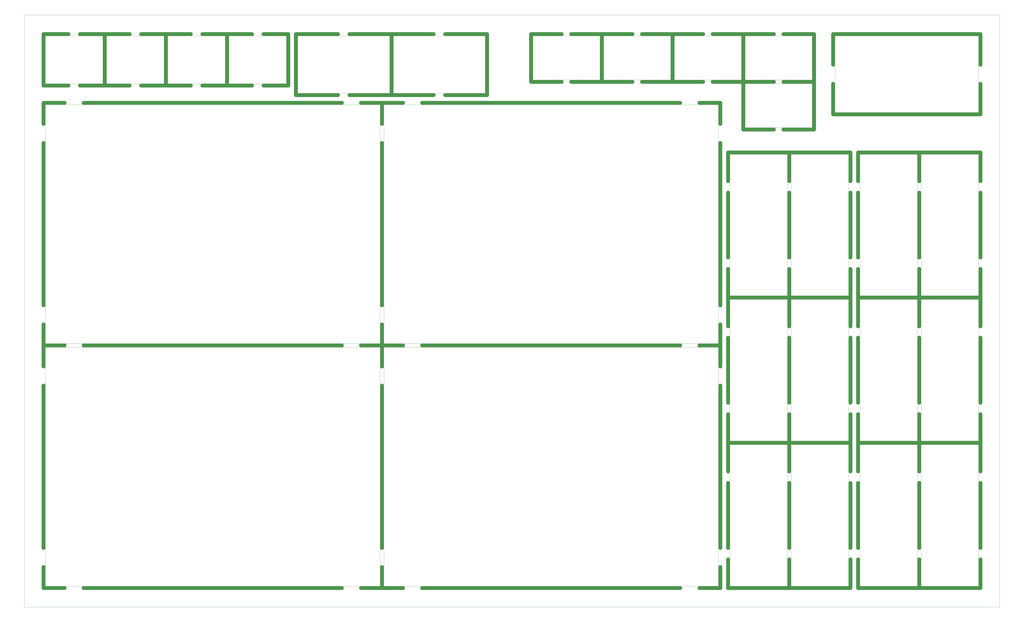
<source format=gbp>
%FSLAX44Y44*%
%MOMM*%
G71*
G01*
G75*
G04 Layer_Color=128*
%ADD10C,0.1000*%
%ADD11C,2.0000*%
%ADD12C,1.5000*%
%ADD13R,1.5000X1.4000*%
%ADD14C,0.3048*%
%ADD15C,0.6350*%
%ADD16C,0.4064*%
%ADD17O,0.6000X1.9000*%
G04:AMPARAMS|DCode=18|XSize=0.64mm|YSize=0.8mm|CornerRadius=0.064mm|HoleSize=0mm|Usage=FLASHONLY|Rotation=180.000|XOffset=0mm|YOffset=0mm|HoleType=Round|Shape=RoundedRectangle|*
%AMROUNDEDRECTD18*
21,1,0.6400,0.6720,0,0,180.0*
21,1,0.5120,0.8000,0,0,180.0*
1,1,0.1280,-0.2560,0.3360*
1,1,0.1280,0.2560,0.3360*
1,1,0.1280,0.2560,-0.3360*
1,1,0.1280,-0.2560,-0.3360*
%
%ADD18ROUNDEDRECTD18*%
G04:AMPARAMS|DCode=19|XSize=0.44mm|YSize=0.8mm|CornerRadius=0.044mm|HoleSize=0mm|Usage=FLASHONLY|Rotation=180.000|XOffset=0mm|YOffset=0mm|HoleType=Round|Shape=RoundedRectangle|*
%AMROUNDEDRECTD19*
21,1,0.4400,0.7120,0,0,180.0*
21,1,0.3520,0.8000,0,0,180.0*
1,1,0.0880,-0.1760,0.3560*
1,1,0.0880,0.1760,0.3560*
1,1,0.0880,0.1760,-0.3560*
1,1,0.0880,-0.1760,-0.3560*
%
%ADD19ROUNDEDRECTD19*%
%ADD20R,1.4000X1.5000*%
%ADD21C,0.2540*%
%ADD22C,1.0160*%
%ADD23C,0.5080*%
%ADD24C,0.7620*%
G04:AMPARAMS|DCode=25|XSize=0.64mm|YSize=0.8mm|CornerRadius=0.064mm|HoleSize=0mm|Usage=FLASHONLY|Rotation=90.000|XOffset=0mm|YOffset=0mm|HoleType=Round|Shape=RoundedRectangle|*
%AMROUNDEDRECTD25*
21,1,0.6400,0.6720,0,0,90.0*
21,1,0.5120,0.8000,0,0,90.0*
1,1,0.1280,0.3360,0.2560*
1,1,0.1280,0.3360,-0.2560*
1,1,0.1280,-0.3360,-0.2560*
1,1,0.1280,-0.3360,0.2560*
%
%ADD25ROUNDEDRECTD25*%
G04:AMPARAMS|DCode=26|XSize=0.44mm|YSize=0.8mm|CornerRadius=0.044mm|HoleSize=0mm|Usage=FLASHONLY|Rotation=90.000|XOffset=0mm|YOffset=0mm|HoleType=Round|Shape=RoundedRectangle|*
%AMROUNDEDRECTD26*
21,1,0.4400,0.7120,0,0,90.0*
21,1,0.3520,0.8000,0,0,90.0*
1,1,0.0880,0.3560,0.1760*
1,1,0.0880,0.3560,-0.1760*
1,1,0.0880,-0.3560,-0.1760*
1,1,0.0880,-0.3560,0.1760*
%
%ADD26ROUNDEDRECTD26*%
%ADD27O,2.2000X0.6000*%
%ADD28C,1.2700*%
G04:AMPARAMS|DCode=29|XSize=2.1mm|YSize=1.4mm|CornerRadius=0.14mm|HoleSize=0mm|Usage=FLASHONLY|Rotation=90.000|XOffset=0mm|YOffset=0mm|HoleType=Round|Shape=RoundedRectangle|*
%AMROUNDEDRECTD29*
21,1,2.1000,1.1200,0,0,90.0*
21,1,1.8200,1.4000,0,0,90.0*
1,1,0.2800,0.5600,0.9100*
1,1,0.2800,0.5600,-0.9100*
1,1,0.2800,-0.5600,-0.9100*
1,1,0.2800,-0.5600,0.9100*
%
%ADD29ROUNDEDRECTD29*%
%ADD30C,3.3000*%
%ADD31R,1.5000X1.5000*%
%ADD32C,1.6500*%
%ADD33R,1.6500X1.6500*%
%ADD34R,1.6500X1.6500*%
%ADD35C,0.7620*%
%ADD36C,1.8000*%
%ADD37C,1.1000*%
%ADD38O,1.5500X1.5000*%
%ADD39R,1.5000X1.5000*%
%ADD40C,0.2000*%
%ADD41C,0.1500*%
%ADD42C,0.2500*%
%ADD43C,0.1200*%
%ADD44C,0.1400*%
%ADD45R,4.1000X1.9000*%
%ADD46R,1.9000X4.1000*%
%ADD47C,0.1800*%
%ADD48C,4.3000*%
%ADD49R,1.7032X1.6032*%
%ADD50O,0.8032X2.1032*%
G04:AMPARAMS|DCode=51|XSize=0.8432mm|YSize=1.0032mm|CornerRadius=0.1656mm|HoleSize=0mm|Usage=FLASHONLY|Rotation=180.000|XOffset=0mm|YOffset=0mm|HoleType=Round|Shape=RoundedRectangle|*
%AMROUNDEDRECTD51*
21,1,0.8432,0.6720,0,0,180.0*
21,1,0.5120,1.0032,0,0,180.0*
1,1,0.3312,-0.2560,0.3360*
1,1,0.3312,0.2560,0.3360*
1,1,0.3312,0.2560,-0.3360*
1,1,0.3312,-0.2560,-0.3360*
%
%ADD51ROUNDEDRECTD51*%
G04:AMPARAMS|DCode=52|XSize=0.6432mm|YSize=1.0032mm|CornerRadius=0.1456mm|HoleSize=0mm|Usage=FLASHONLY|Rotation=180.000|XOffset=0mm|YOffset=0mm|HoleType=Round|Shape=RoundedRectangle|*
%AMROUNDEDRECTD52*
21,1,0.6432,0.7120,0,0,180.0*
21,1,0.3520,1.0032,0,0,180.0*
1,1,0.2912,-0.1760,0.3560*
1,1,0.2912,0.1760,0.3560*
1,1,0.2912,0.1760,-0.3560*
1,1,0.2912,-0.1760,-0.3560*
%
%ADD52ROUNDEDRECTD52*%
%ADD53R,1.6032X1.7032*%
G04:AMPARAMS|DCode=54|XSize=0.8432mm|YSize=1.0032mm|CornerRadius=0.1656mm|HoleSize=0mm|Usage=FLASHONLY|Rotation=90.000|XOffset=0mm|YOffset=0mm|HoleType=Round|Shape=RoundedRectangle|*
%AMROUNDEDRECTD54*
21,1,0.8432,0.6720,0,0,90.0*
21,1,0.5120,1.0032,0,0,90.0*
1,1,0.3312,0.3360,0.2560*
1,1,0.3312,0.3360,-0.2560*
1,1,0.3312,-0.3360,-0.2560*
1,1,0.3312,-0.3360,0.2560*
%
%ADD54ROUNDEDRECTD54*%
G04:AMPARAMS|DCode=55|XSize=0.6432mm|YSize=1.0032mm|CornerRadius=0.1456mm|HoleSize=0mm|Usage=FLASHONLY|Rotation=90.000|XOffset=0mm|YOffset=0mm|HoleType=Round|Shape=RoundedRectangle|*
%AMROUNDEDRECTD55*
21,1,0.6432,0.7120,0,0,90.0*
21,1,0.3520,1.0032,0,0,90.0*
1,1,0.2912,0.3560,0.1760*
1,1,0.2912,0.3560,-0.1760*
1,1,0.2912,-0.3560,-0.1760*
1,1,0.2912,-0.3560,0.1760*
%
%ADD55ROUNDEDRECTD55*%
%ADD56O,2.4032X0.8032*%
G04:AMPARAMS|DCode=57|XSize=2.3032mm|YSize=1.6032mm|CornerRadius=0.2416mm|HoleSize=0mm|Usage=FLASHONLY|Rotation=90.000|XOffset=0mm|YOffset=0mm|HoleType=Round|Shape=RoundedRectangle|*
%AMROUNDEDRECTD57*
21,1,2.3032,1.1200,0,0,90.0*
21,1,1.8200,1.6032,0,0,90.0*
1,1,0.4832,0.5600,0.9100*
1,1,0.4832,0.5600,-0.9100*
1,1,0.4832,-0.5600,-0.9100*
1,1,0.4832,-0.5600,0.9100*
%
%ADD57ROUNDEDRECTD57*%
%ADD58C,3.5032*%
%ADD59C,1.7032*%
%ADD60R,1.7032X1.7032*%
%ADD61C,1.8532*%
%ADD62R,1.8532X1.8532*%
%ADD63R,1.8532X1.8532*%
%ADD64C,0.9652*%
%ADD65C,2.0032*%
%ADD66C,1.3032*%
%ADD67O,1.7532X1.7032*%
%ADD68R,1.7032X1.7032*%
D10*
X0Y0D02*
Y3100000D01*
X5100000D01*
Y0D02*
Y3100000D01*
X0Y0D02*
X5100000D01*
X110000Y210000D02*
Y310000D01*
X210000Y110000D02*
X310000D01*
X110000Y1160000D02*
Y1260000D01*
X210000Y1360000D02*
X310000D01*
X1660000D02*
X1760000D01*
X1860000Y1160000D02*
Y1260000D01*
Y210000D02*
Y310000D01*
X1660000Y110000D02*
X1760000D01*
X1660000Y1380000D02*
X1760000D01*
X1860000Y1480000D02*
Y1580000D01*
Y2430000D02*
Y2530000D01*
X1660000Y2630000D02*
X1760000D01*
X210000D02*
X310000D01*
X110000Y2430000D02*
Y2530000D01*
X210000Y1380000D02*
X310000D01*
X110000Y1480000D02*
Y1580000D01*
X3430000Y1380000D02*
X3530000D01*
X3630000Y1480000D02*
Y1580000D01*
Y2430000D02*
Y2530000D01*
X3430000Y2630000D02*
X3530000D01*
X1980000D02*
X2080000D01*
X1880000Y2430000D02*
Y2530000D01*
X1980000Y1380000D02*
X2080000D01*
X1880000Y1480000D02*
Y1580000D01*
X3430000Y110000D02*
X3530000D01*
X3630000Y210000D02*
Y310000D01*
Y1160000D02*
Y1260000D01*
X3430000Y1360000D02*
X3530000D01*
X1980000D02*
X2080000D01*
X1880000Y1160000D02*
Y1260000D01*
X1980000Y110000D02*
X2080000D01*
X1880000Y210000D02*
Y310000D01*
X230000Y2990000D02*
X290000D01*
X230000Y2740000D02*
X290000D01*
X550000D02*
X610000D01*
X550000Y2990000D02*
X610000D01*
X870000Y2740000D02*
X930000D01*
X870000Y2990000D02*
X930000D01*
X1190000Y2740000D02*
X1250000D01*
X1190000Y2990000D02*
X1250000D01*
X1640000D02*
X1700000D01*
X1640000Y2690000D02*
X1700000D01*
X2140000Y2990000D02*
X2200000D01*
X2140000Y2690000D02*
X2200000D01*
X3690000Y250000D02*
Y310000D01*
Y650000D02*
Y710000D01*
X3990000Y650000D02*
Y710000D01*
Y250000D02*
Y310000D01*
X4010000Y650000D02*
Y710000D01*
Y250000D02*
Y310000D01*
X4310000Y650000D02*
Y710000D01*
Y250000D02*
Y310000D01*
X4990000Y250000D02*
Y310000D01*
Y650000D02*
Y710000D01*
X4690000Y250000D02*
Y310000D01*
Y650000D02*
Y710000D01*
X4670000Y250000D02*
Y310000D01*
Y650000D02*
Y710000D01*
X4370000Y650000D02*
Y710000D01*
Y250000D02*
Y310000D01*
X4310000Y1010000D02*
Y1070000D01*
Y1410000D02*
Y1470000D01*
X4010000Y1010000D02*
Y1070000D01*
Y1410000D02*
Y1470000D01*
X3990000Y1010000D02*
Y1070000D01*
Y1410000D02*
Y1470000D01*
X3690000Y1410000D02*
Y1470000D01*
Y1010000D02*
Y1070000D01*
X4990000Y1010000D02*
Y1070000D01*
Y1410000D02*
Y1470000D01*
X4690000Y1010000D02*
Y1070000D01*
Y1410000D02*
Y1470000D01*
X4670000Y1010000D02*
Y1070000D01*
Y1410000D02*
Y1470000D01*
X4370000Y1410000D02*
Y1470000D01*
Y1010000D02*
Y1070000D01*
X4310000Y1770000D02*
Y1830000D01*
Y2170000D02*
Y2230000D01*
X4010000Y1770000D02*
Y1830000D01*
Y2170000D02*
Y2230000D01*
X3990000Y1770000D02*
Y1830000D01*
Y2170000D02*
Y2230000D01*
X3690000Y2170000D02*
Y2230000D01*
Y1770000D02*
Y1830000D01*
X4990000Y1770000D02*
Y1830000D01*
Y2170000D02*
Y2230000D01*
X4690000Y1770000D02*
Y1830000D01*
Y2170000D02*
Y2230000D01*
X4670000Y1770000D02*
Y1830000D01*
Y2170000D02*
Y2230000D01*
X4370000Y2170000D02*
Y2230000D01*
Y1770000D02*
Y1830000D01*
X4990000Y2740000D02*
Y2840000D01*
X4240000Y2740000D02*
Y2840000D01*
X2805000Y2760000D02*
X2865000D01*
X2805000Y2990000D02*
X2865000D01*
X3175000D02*
X3235000D01*
X3175000Y2760000D02*
X3235000D01*
X3545000Y2990000D02*
X3605000D01*
X3545000Y2760000D02*
X3605000D01*
X3915000Y2990000D02*
X3975000D01*
X3915000Y2760000D02*
X3975000D01*
X3915000Y2740000D02*
X3975000D01*
X3915000Y2510000D02*
X3975000D01*
D11*
X3530000Y1370000D02*
X3640000D01*
X100000Y100000D02*
X210000D01*
X100000D02*
Y210000D01*
Y1370000D02*
X210000D01*
X310000Y100000D02*
X1660000D01*
X1760000D02*
X1980000D01*
X2080000D02*
X3430000D01*
X3530000D02*
X3640000D01*
Y210000D01*
Y310000D02*
Y1160000D01*
Y1260000D02*
Y1480000D01*
Y1580000D02*
Y2430000D01*
X1870000Y1580000D02*
Y2430000D01*
Y1260000D02*
Y1480000D01*
Y310000D02*
Y1160000D01*
X100000Y1580000D02*
Y2430000D01*
Y1260000D02*
Y1480000D01*
Y310000D02*
Y1160000D01*
X2080000Y1370000D02*
X3430000D01*
X1760000D02*
X1980000D01*
X310000D02*
X1660000D01*
X1870000Y100000D02*
Y210000D01*
X5000000Y100000D02*
Y250000D01*
Y310000D02*
Y650000D01*
Y710000D02*
Y1010000D01*
Y1070000D02*
Y1410000D01*
Y1470000D02*
Y1770000D01*
Y1830000D02*
Y2170000D01*
Y2230000D02*
Y2380000D01*
X4680000Y2230000D02*
Y2380000D01*
Y1830000D02*
Y2170000D01*
Y1470000D02*
Y1770000D01*
Y1070000D02*
Y1410000D01*
Y710000D02*
Y1010000D01*
Y310000D02*
Y650000D01*
X4360000Y2230000D02*
Y2380000D01*
Y1830000D02*
Y2170000D01*
Y1470000D02*
Y1770000D01*
Y1070000D02*
Y1410000D01*
Y710000D02*
Y1010000D01*
Y310000D02*
Y650000D01*
Y100000D02*
Y250000D01*
X4320000Y2230000D02*
Y2380000D01*
Y1830000D02*
Y2170000D01*
Y1470000D02*
Y1770000D01*
Y1070000D02*
Y1410000D01*
Y710000D02*
Y1010000D01*
Y310000D02*
Y650000D01*
Y100000D02*
Y250000D01*
X4000000Y2230000D02*
Y2380000D01*
Y1830000D02*
Y2170000D01*
Y1470000D02*
Y1770000D01*
Y1070000D02*
Y1410000D01*
Y710000D02*
Y1010000D01*
Y310000D02*
Y650000D01*
X3680000Y2230000D02*
Y2380000D01*
Y1830000D02*
Y2170000D01*
Y1470000D02*
Y1770000D01*
Y1070000D02*
Y1410000D01*
Y710000D02*
Y1010000D01*
Y310000D02*
Y650000D01*
Y100000D02*
Y250000D01*
Y1620000D02*
X4320000D01*
X4360000D02*
X5000000D01*
X3680000Y860000D02*
X4320000D01*
X4360000D02*
X5000000D01*
X310000Y2640000D02*
X1660000D01*
X1760000D02*
X1980000D01*
X2080000D02*
X3430000D01*
X1870000Y2530000D02*
Y2640000D01*
X100000D02*
X210000D01*
X100000Y2530000D02*
Y2640000D01*
X3640000Y2530000D02*
Y2640000D01*
X3530000D02*
X3640000D01*
X100000Y2730000D02*
Y3000000D01*
X230000D01*
X100000Y2730000D02*
X230000D01*
X420000D02*
Y3000000D01*
X290000D02*
X550000D01*
X290000Y2730000D02*
X550000D01*
X610000D02*
X870000D01*
X610000Y3000000D02*
X870000D01*
X740000Y2730000D02*
Y3000000D01*
X930000Y2730000D02*
X1190000D01*
X930000Y3000000D02*
X1190000D01*
X1060000Y2730000D02*
Y3000000D01*
X1250000D02*
X1380000D01*
X1250000Y2730000D02*
X1380000D01*
Y3000000D01*
X1420000Y2680000D02*
Y3000000D01*
Y2680000D02*
X1640000D01*
X1700000D02*
X2140000D01*
X2200000D02*
X2420000D01*
Y3000000D01*
X2200000D02*
X2420000D01*
X1700000D02*
X2140000D01*
X1420000D02*
X1640000D01*
X1920000Y2680000D02*
Y3000000D01*
X2650000D02*
X2810000D01*
X2650000Y2750000D02*
Y3000000D01*
Y2750000D02*
X2810000D01*
X2860000D02*
X3180000D01*
X3230000D02*
X3550000D01*
X3600000D02*
X3920000D01*
X3970000D02*
X4130000D01*
X3970000Y3000000D02*
X4130000D01*
Y2500000D02*
Y3000000D01*
X3970000Y2500000D02*
X4130000D01*
X3760000D02*
X3920000D01*
X3760000D02*
Y3000000D01*
X3600000D02*
X3920000D01*
X3230000D02*
X3550000D01*
X2860000D02*
X3180000D01*
X3020000Y2750000D02*
Y3000000D01*
X3390000Y2750000D02*
Y3000000D01*
X4230000D02*
X5000000D01*
Y2840000D02*
Y3000000D01*
Y2580000D02*
Y2740000D01*
X4230000Y2580000D02*
X5000000D01*
X4230000D02*
Y2740000D01*
Y2840000D02*
Y3000000D01*
X4000000Y100000D02*
Y250000D01*
X4680000Y100000D02*
Y250000D01*
X3680000Y100000D02*
X4320000D01*
X4360000D02*
X5000000D01*
X3680000Y2380000D02*
X4320000D01*
X4360000D02*
X5000000D01*
M02*

</source>
